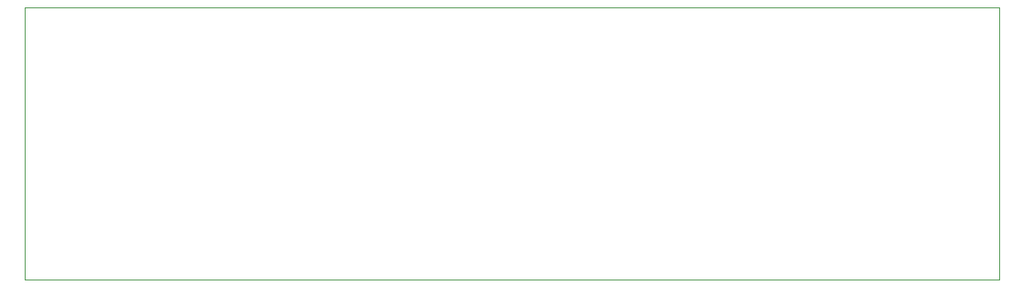
<source format=gbr>
%TF.GenerationSoftware,KiCad,Pcbnew,(5.1.10)-1*%
%TF.CreationDate,2021-05-10T23:52:44-03:00*%
%TF.ProjectId,MGA_02,4d47415f-3032-42e6-9b69-6361645f7063,rev?*%
%TF.SameCoordinates,Original*%
%TF.FileFunction,Profile,NP*%
%FSLAX46Y46*%
G04 Gerber Fmt 4.6, Leading zero omitted, Abs format (unit mm)*
G04 Created by KiCad (PCBNEW (5.1.10)-1) date 2021-05-10 23:52:44*
%MOMM*%
%LPD*%
G01*
G04 APERTURE LIST*
%TA.AperFunction,Profile*%
%ADD10C,0.050000*%
%TD*%
G04 APERTURE END LIST*
D10*
X150000000Y-101000000D02*
X50000000Y-101000000D01*
X150000000Y-129000000D02*
X150000000Y-101000000D01*
X50000000Y-129000000D02*
X150000000Y-129000000D01*
X50000000Y-101000000D02*
X50000000Y-129000000D01*
M02*

</source>
